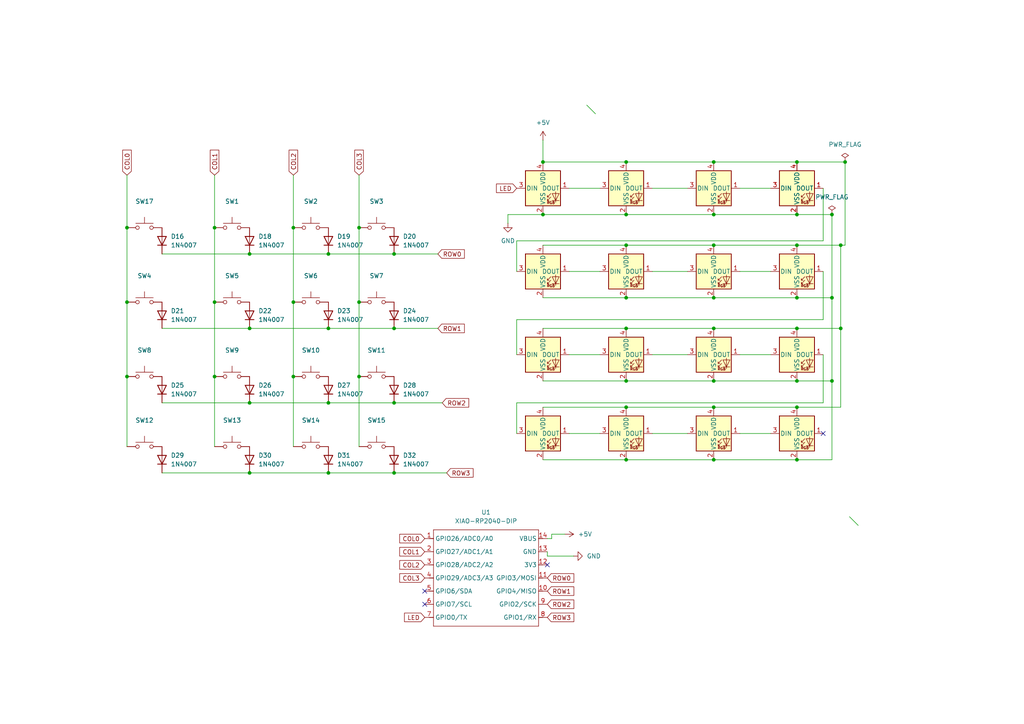
<source format=kicad_sch>
(kicad_sch (version 20250114) (generator "eeschema") (generator_version "9.0")
  (paper "A4")
  (lib_symbols
    (symbol "Diode:1N4007" (pin_numbers (hide yes)) (pin_names (hide yes))
      (property "Reference" "D" (at 0 2.54 0))
      (property "Value" "1N4007" (at 0 -2.54 0))
      (symbol "1N4007_0_1"
        (polyline (pts (xy -1.27 1.27) (xy -1.27 -1.27)) (stroke (width 0.254)))
        (polyline (pts (xy 1.27 1.27) (xy 1.27 -1.27) (xy -1.27 0) (xy 1.27 1.27)) (stroke (width 0.254)))
        (polyline (pts (xy 1.27 0) (xy -1.27 0)))
      )
      (symbol "1N4007_1_1"
        (pin passive line (at -3.81 0 0) (length 2.54) (name "K") (number "1"))
        (pin passive line (at 3.81 0 180) (length 2.54) (name "A") (number "2"))
      )
    )
    (symbol "LED:SK6812MINI" (pin_names (offset 0.254))
      (property "Reference" "D" (at 5.08 5.715 0))
      (property "Value" "SK6812MINI" (at 1.27 -5.715 0))
      (symbol "SK6812MINI_0_0"
        (text "RGB" (at 2.286 -4.191 0) (effects (font (size 0.762 0.762))))
      )
      (symbol "SK6812MINI_0_1"
        (polyline (pts (xy 1.27 -2.54) (xy 1.778 -2.54)))
        (polyline (pts (xy 1.27 -3.556) (xy 1.778 -3.556)))
        (polyline (pts (xy 2.286 -1.524) (xy 1.27 -2.54) (xy 1.27 -2.032)))
        (polyline (pts (xy 2.286 -2.54) (xy 1.27 -3.556) (xy 1.27 -3.048)))
        (polyline (pts (xy 3.683 -1.016) (xy 3.683 -3.556) (xy 3.683 -4.064)))
        (polyline (pts (xy 4.699 -1.524) (xy 2.667 -1.524) (xy 3.683 -3.556) (xy 4.699 -1.524)))
        (polyline (pts (xy 4.699 -3.556) (xy 2.667 -3.556)))
        (rectangle (start 5.08 5.08) (end -5.08 -5.08) (stroke (width 0.254)) (fill (type background)))
      )
      (symbol "SK6812MINI_1_1"
        (pin input line (at -7.62 0 0) (length 2.54) (name "DIN") (number "3"))
        (pin power_in line (at 0 7.62 270) (length 2.54) (name "VDD") (number "4"))
        (pin power_in line (at 0 -7.62 90) (length 2.54) (name "VSS") (number "2"))
        (pin output line (at 7.62 0 180) (length 2.54) (name "DOUT") (number "1"))
      )
    )
    (symbol "Seeed_Studio_XIAO_Series:XIAO-RP2040-DIP"
      (property "Reference" "U" (at 0 0 0))
      (property "Value" "XIAO-RP2040-DIP" (at 5.334 -1.778 0))
      (symbol "XIAO-RP2040-DIP_1_0"
        (polyline (pts (xy -1.27 -2.54) (xy 29.21 -2.54)) (stroke (width 0.1524)))
        (polyline (pts (xy -1.27 -5.08) (xy -2.54 -5.08)) (stroke (width 0.1524)))
        (polyline (pts (xy -1.27 -5.08) (xy -1.27 -2.54)) (stroke (width 0.1524)))
        (polyline (pts (xy -1.27 -8.89) (xy -2.54 -8.89)) (stroke (width 0.1524)))
        (polyline (pts (xy -1.27 -8.89) (xy -1.27 -5.08)) (stroke (width 0.1524)))
        (polyline (pts (xy -1.27 -12.7) (xy -2.54 -12.7)) (stroke (width 0.1524)))
        (polyline (pts (xy -1.27 -12.7) (xy -1.27 -8.89)) (stroke (width 0.1524)))
        (polyline (pts (xy -1.27 -16.51) (xy -2.54 -16.51)) (stroke (width 0.1524)))
        (polyline (pts (xy -1.27 -16.51) (xy -1.27 -12.7)) (stroke (width 0.1524)))
        (polyline (pts (xy -1.27 -20.32) (xy -2.54 -20.32)) (stroke (width 0.1524)))
        (polyline (pts (xy -1.27 -24.13) (xy -2.54 -24.13)) (stroke (width 0.1524)))
        (polyline (pts (xy -1.27 -27.94) (xy -2.54 -27.94)) (stroke (width 0.1524)))
        (polyline (pts (xy -1.27 -30.48) (xy -1.27 -16.51)) (stroke (width 0.1524)))
        (polyline (pts (xy 29.21 -2.54) (xy 29.21 -5.08)) (stroke (width 0.1524)))
        (polyline (pts (xy 29.21 -5.08) (xy 29.21 -8.89)) (stroke (width 0.1524)))
        (polyline (pts (xy 29.21 -8.89) (xy 29.21 -12.7)) (stroke (width 0.1524)))
        (polyline (pts (xy 29.21 -12.7) (xy 29.21 -30.48)) (stroke (width 0.1524)))
        (polyline (pts (xy 29.21 -30.48) (xy -1.27 -30.48)) (stroke (width 0.1524)))
        (polyline (pts (xy 30.48 -5.08) (xy 29.21 -5.08)) (stroke (width 0.1524)))
        (polyline (pts (xy 30.48 -8.89) (xy 29.21 -8.89)) (stroke (width 0.1524)))
        (polyline (pts (xy 30.48 -12.7) (xy 29.21 -12.7)) (stroke (width 0.1524)))
        (polyline (pts (xy 30.48 -16.51) (xy 29.21 -16.51)) (stroke (width 0.1524)))
        (polyline (pts (xy 30.48 -20.32) (xy 29.21 -20.32)) (stroke (width 0.1524)))
        (polyline (pts (xy 30.48 -24.13) (xy 29.21 -24.13)) (stroke (width 0.1524)))
        (polyline (pts (xy 30.48 -27.94) (xy 29.21 -27.94)) (stroke (width 0.1524)))
        (pin passive line (at -3.81 -5.08 0) (length 2.54) (name "GPIO26/ADC0/A0") (number "1"))
        (pin passive line (at -3.81 -8.89 0) (length 2.54) (name "GPIO27/ADC1/A1") (number "2"))
        (pin passive line (at -3.81 -12.7 0) (length 2.54) (name "GPIO28/ADC2/A2") (number "3"))
        (pin passive line (at -3.81 -16.51 0) (length 2.54) (name "GPIO29/ADC3/A3") (number "4"))
        (pin passive line (at -3.81 -20.32 0) (length 2.54) (name "GPIO6/SDA") (number "5"))
        (pin passive line (at -3.81 -24.13 0) (length 2.54) (name "GPIO7/SCL") (number "6"))
        (pin passive line (at -3.81 -27.94 0) (length 2.54) (name "GPIO0/TX") (number "7"))
        (pin passive line (at 31.75 -5.08 180) (length 2.54) (name "VBUS") (number "14"))
        (pin passive line (at 31.75 -8.89 180) (length 2.54) (name "GND") (number "13"))
        (pin passive line (at 31.75 -12.7 180) (length 2.54) (name "3V3") (number "12"))
        (pin passive line (at 31.75 -16.51 180) (length 2.54) (name "GPIO3/MOSI") (number "11"))
        (pin passive line (at 31.75 -20.32 180) (length 2.54) (name "GPIO4/MISO") (number "10"))
        (pin passive line (at 31.75 -24.13 180) (length 2.54) (name "GPIO2/SCK") (number "9"))
        (pin passive line (at 31.75 -27.94 180) (length 2.54) (name "GPIO1/RX") (number "8"))
      )
    )
    (symbol "Switch:SW_Push" (pin_numbers (hide yes)) (pin_names (offset 1.016) (hide yes))
      (property "Reference" "SW" (at 1.27 2.54 0))
      (property "Value" "SW_Push" (at 0 -1.524 0))
      (symbol "SW_Push_0_1"
        (circle (center -2.032 0) (radius 0.508))
        (polyline (pts (xy 0 1.27) (xy 0 3.048)))
        (circle (center 2.032 0) (radius 0.508))
        (polyline (pts (xy 2.54 1.27) (xy -2.54 1.27)))
        (pin passive line (at -5.08 0 0) (length 2.54) (name "1") (number "1"))
        (pin passive line (at 5.08 0 180) (length 2.54) (name "2") (number "2"))
      )
    )
    (symbol "power:+5V" (power) (pin_numbers (hide yes)) (pin_names (offset 0) (hide yes))
      (property "Value" "+5V" (at 0 3.556 0))
      (symbol "+5V_0_1"
        (polyline (pts (xy -0.762 1.27) (xy 0 2.54)))
        (polyline (pts (xy 0 2.54) (xy 0.762 1.27)))
        (polyline (pts (xy 0 0) (xy 0 2.54)))
      )
      (symbol "+5V_1_1"
        (pin power_in line (at 0 0 90) (length 0) (name "~") (number "1"))
      )
    )
    (symbol "power:GND" (power) (pin_numbers (hide yes)) (pin_names (offset 0) (hide yes))
      (property "Value" "GND" (at 0 -3.81 0))
      (symbol "GND_0_1"
        (polyline (pts (xy 0 0) (xy 0 -1.27) (xy 1.27 -1.27) (xy 0 -2.54) (xy -1.27 -1.27) (xy 0 -1.27)))
      )
      (symbol "GND_1_1"
        (pin power_in line (at 0 0 270) (length 0) (name "~") (number "1"))
      )
    )
    (symbol "power:PWR_FLAG" (power) (pin_numbers (hide yes)) (pin_names (offset 0) (hide yes))
      (property "Value" "PWR_FLAG" (at 0 3.81 0))
      (symbol "PWR_FLAG_0_0"
        (pin power_out line (at 0 0 90) (length 0) (name "~") (number "1"))
      )
      (symbol "PWR_FLAG_0_1"
        (polyline (pts (xy 0 0) (xy 0 1.27) (xy -1.016 1.905) (xy 0 2.54) (xy 1.016 1.905) (xy 0 1.27)))
      )
    )
  )
  (junction (at 72.39 95.25))
  (junction (at 62.23 87.63))
  (junction (at 181.61 71.12))
  (junction (at 181.61 110.49))
  (junction (at 231.14 46.99))
  (junction (at 62.23 66.04))
  (junction (at 62.23 109.22))
  (junction (at 207.01 86.36))
  (junction (at 207.01 62.23))
  (junction (at 72.39 116.84))
  (junction (at 207.01 110.49))
  (junction (at 85.09 66.04))
  (junction (at 85.09 109.22))
  (junction (at 104.14 109.22))
  (junction (at 104.14 66.04))
  (junction (at 95.25 137.16))
  (junction (at 241.3 62.23))
  (junction (at 157.48 62.23))
  (junction (at 207.01 95.25))
  (junction (at 114.3 137.16))
  (junction (at 243.84 95.25))
  (junction (at 114.3 73.66))
  (junction (at 241.3 86.36))
  (junction (at 231.14 133.35))
  (junction (at 231.14 71.12))
  (junction (at 36.83 66.04))
  (junction (at 181.61 86.36))
  (junction (at 243.84 71.12))
  (junction (at 157.48 46.99))
  (junction (at 95.25 95.25))
  (junction (at 114.3 116.84))
  (junction (at 207.01 46.99))
  (junction (at 104.14 87.63))
  (junction (at 207.01 133.35))
  (junction (at 207.01 71.12))
  (junction (at 181.61 133.35))
  (junction (at 72.39 137.16))
  (junction (at 36.83 87.63))
  (junction (at 231.14 110.49))
  (junction (at 231.14 118.11))
  (junction (at 36.83 109.22))
  (junction (at 181.61 62.23))
  (junction (at 72.39 73.66))
  (junction (at 231.14 62.23))
  (junction (at 207.01 118.11))
  (junction (at 231.14 86.36))
  (junction (at 181.61 46.99))
  (junction (at 85.09 87.63))
  (junction (at 181.61 118.11))
  (junction (at 95.25 116.84))
  (junction (at 95.25 73.66))
  (junction (at 241.3 110.49))
  (junction (at 231.14 95.25))
  (junction (at 245.11 46.99))
  (junction (at 181.61 95.25))
  (junction (at 114.3 95.25))
  (no_connect (at 123.19 175.26))
  (no_connect (at 123.19 171.45))
  (no_connect (at 238.76 125.73))
  (no_connect (at 158.75 163.83))
  (bus_entry (at 246.38 149.86) (size 2.54 2.54))
  (bus_entry (at 170.18 30.48) (size 2.54 2.54))
  (wire (pts (xy 245.11 71.12) (xy 245.11 46.99)))
  (wire (pts (xy 104.14 87.63) (xy 104.14 109.22)))
  (wire (pts (xy 245.11 46.99) (xy 231.14 46.99)))
  (wire (pts (xy 85.09 50.8) (xy 85.09 66.04)))
  (wire (pts (xy 72.39 73.66) (xy 95.25 73.66)))
  (wire (pts (xy 104.14 109.22) (xy 104.14 129.54)))
  (wire (pts (xy 149.86 69.85) (xy 238.76 69.85)))
  (wire (pts (xy 181.61 46.99) (xy 157.48 46.99)))
  (wire (pts (xy 36.83 109.22) (xy 36.83 129.54)))
  (wire (pts (xy 157.48 110.49) (xy 181.61 110.49)))
  (wire (pts (xy 165.1 102.87) (xy 173.99 102.87)))
  (wire (pts (xy 46.99 95.25) (xy 72.39 95.25)))
  (wire (pts (xy 231.14 110.49) (xy 241.3 110.49)))
  (wire (pts (xy 36.83 66.04) (xy 36.83 87.63)))
  (wire (pts (xy 149.86 116.84) (xy 238.76 116.84)))
  (wire (pts (xy 158.75 161.29) (xy 158.75 160.02)))
  (wire (pts (xy 95.25 116.84) (xy 114.3 116.84)))
  (wire (pts (xy 62.23 66.04) (xy 62.23 87.63)))
  (wire (pts (xy 114.3 137.16) (xy 129.54 137.16)))
  (wire (pts (xy 149.86 102.87) (xy 149.86 92.71)))
  (wire (pts (xy 181.61 118.11) (xy 207.01 118.11)))
  (wire (pts (xy 207.01 86.36) (xy 181.61 86.36)))
  (wire (pts (xy 207.01 46.99) (xy 181.61 46.99)))
  (wire (pts (xy 165.1 125.73) (xy 173.99 125.73)))
  (wire (pts (xy 160.02 156.21) (xy 158.75 156.21)))
  (wire (pts (xy 104.14 50.8) (xy 104.14 66.04)))
  (wire (pts (xy 207.01 62.23) (xy 231.14 62.23)))
  (wire (pts (xy 114.3 73.66) (xy 127 73.66)))
  (wire (pts (xy 36.83 87.63) (xy 36.83 109.22)))
  (wire (pts (xy 238.76 116.84) (xy 238.76 102.87)))
  (wire (pts (xy 231.14 86.36) (xy 207.01 86.36)))
  (wire (pts (xy 149.86 78.74) (xy 149.86 69.85)))
  (wire (pts (xy 243.84 118.11) (xy 243.84 95.25)))
  (wire (pts (xy 72.39 116.84) (xy 95.25 116.84)))
  (wire (pts (xy 46.99 73.66) (xy 72.39 73.66)))
  (wire (pts (xy 231.14 133.35) (xy 207.01 133.35)))
  (wire (pts (xy 85.09 66.04) (xy 85.09 87.63)))
  (wire (pts (xy 214.63 125.73) (xy 223.52 125.73)))
  (wire (pts (xy 62.23 87.63) (xy 62.23 109.22)))
  (wire (pts (xy 166.37 161.29) (xy 158.75 161.29)))
  (wire (pts (xy 207.01 95.25) (xy 181.61 95.25)))
  (wire (pts (xy 243.84 71.12) (xy 245.11 71.12)))
  (wire (pts (xy 243.84 71.12) (xy 243.84 95.25)))
  (wire (pts (xy 231.14 46.99) (xy 207.01 46.99)))
  (wire (pts (xy 157.48 40.64) (xy 157.48 46.99)))
  (wire (pts (xy 147.32 62.23) (xy 157.48 62.23)))
  (wire (pts (xy 149.86 92.71) (xy 238.76 92.71)))
  (wire (pts (xy 214.63 102.87) (xy 223.52 102.87)))
  (wire (pts (xy 95.25 95.25) (xy 114.3 95.25)))
  (wire (pts (xy 241.3 86.36) (xy 231.14 86.36)))
  (wire (pts (xy 207.01 71.12) (xy 231.14 71.12)))
  (wire (pts (xy 149.86 125.73) (xy 149.86 116.84)))
  (wire (pts (xy 62.23 50.8) (xy 62.23 66.04)))
  (wire (pts (xy 181.61 71.12) (xy 207.01 71.12)))
  (wire (pts (xy 214.63 78.74) (xy 223.52 78.74)))
  (wire (pts (xy 181.61 110.49) (xy 207.01 110.49)))
  (wire (pts (xy 189.23 125.73) (xy 199.39 125.73)))
  (wire (pts (xy 238.76 69.85) (xy 238.76 54.61)))
  (wire (pts (xy 241.3 86.36) (xy 241.3 110.49)))
  (wire (pts (xy 104.14 66.04) (xy 104.14 87.63)))
  (wire (pts (xy 214.63 54.61) (xy 223.52 54.61)))
  (wire (pts (xy 189.23 78.74) (xy 199.39 78.74)))
  (wire (pts (xy 46.99 116.84) (xy 72.39 116.84)))
  (wire (pts (xy 62.23 109.22) (xy 62.23 129.54)))
  (wire (pts (xy 241.3 62.23) (xy 241.3 86.36)))
  (wire (pts (xy 207.01 118.11) (xy 231.14 118.11)))
  (wire (pts (xy 207.01 133.35) (xy 181.61 133.35)))
  (wire (pts (xy 241.3 110.49) (xy 241.3 133.35)))
  (wire (pts (xy 181.61 95.25) (xy 157.48 95.25)))
  (wire (pts (xy 157.48 62.23) (xy 181.61 62.23)))
  (wire (pts (xy 46.99 137.16) (xy 72.39 137.16)))
  (wire (pts (xy 157.48 71.12) (xy 181.61 71.12)))
  (wire (pts (xy 231.14 71.12) (xy 243.84 71.12)))
  (wire (pts (xy 165.1 54.61) (xy 173.99 54.61)))
  (wire (pts (xy 181.61 133.35) (xy 157.48 133.35)))
  (wire (pts (xy 181.61 62.23) (xy 207.01 62.23)))
  (wire (pts (xy 85.09 109.22) (xy 85.09 129.54)))
  (wire (pts (xy 163.83 154.94) (xy 160.02 154.94)))
  (wire (pts (xy 181.61 86.36) (xy 157.48 86.36)))
  (wire (pts (xy 231.14 118.11) (xy 243.84 118.11)))
  (wire (pts (xy 85.09 87.63) (xy 85.09 109.22)))
  (wire (pts (xy 231.14 95.25) (xy 207.01 95.25)))
  (wire (pts (xy 114.3 95.25) (xy 127 95.25)))
  (wire (pts (xy 160.02 154.94) (xy 160.02 156.21)))
  (wire (pts (xy 114.3 116.84) (xy 128.27 116.84)))
  (wire (pts (xy 95.25 137.16) (xy 114.3 137.16)))
  (wire (pts (xy 207.01 110.49) (xy 231.14 110.49)))
  (wire (pts (xy 189.23 102.87) (xy 199.39 102.87)))
  (wire (pts (xy 165.1 78.74) (xy 173.99 78.74)))
  (wire (pts (xy 243.84 95.25) (xy 231.14 95.25)))
  (wire (pts (xy 72.39 95.25) (xy 95.25 95.25)))
  (wire (pts (xy 238.76 92.71) (xy 238.76 78.74)))
  (wire (pts (xy 231.14 62.23) (xy 241.3 62.23)))
  (wire (pts (xy 157.48 118.11) (xy 181.61 118.11)))
  (wire (pts (xy 72.39 137.16) (xy 95.25 137.16)))
  (wire (pts (xy 189.23 54.61) (xy 199.39 54.61)))
  (wire (pts (xy 241.3 133.35) (xy 231.14 133.35)))
  (wire (pts (xy 95.25 73.66) (xy 114.3 73.66)))
  (wire (pts (xy 36.83 50.8) (xy 36.83 66.04)))
  (wire (pts (xy 147.32 64.77) (xy 147.32 62.23)))
  (global_label "COL0" (shape input) (at 123.19 156.21 180) (property "Intersheetrefs" "${INTERSHEET_REFS}" (effects (hide yes))))
  (global_label "COL3" (shape input) (at 104.14 50.8 90) (property "Intersheetrefs" "${INTERSHEET_REFS}" (effects (hide yes))))
  (global_label "LED" (shape input) (at 123.19 179.07 180) (property "Intersheetrefs" "${INTERSHEET_REFS}" (effects (hide yes))))
  (global_label "ROW3" (shape input) (at 129.54 137.16 0) (property "Intersheetrefs" "${INTERSHEET_REFS}" (effects (hide yes))))
  (global_label "ROW1" (shape input) (at 127 95.25 0) (property "Intersheetrefs" "${INTERSHEET_REFS}" (effects (hide yes))))
  (global_label "LED" (shape input) (at 149.86 54.61 180) (property "Intersheetrefs" "${INTERSHEET_REFS}" (effects (hide yes))))
  (global_label "ROW2" (shape input) (at 128.27 116.84 0) (property "Intersheetrefs" "${INTERSHEET_REFS}" (effects (hide yes))))
  (global_label "ROW1" (shape input) (at 158.75 171.45 0) (property "Intersheetrefs" "${INTERSHEET_REFS}" (effects (hide yes))))
  (global_label "COL3" (shape input) (at 123.19 167.64 180) (property "Intersheetrefs" "${INTERSHEET_REFS}" (effects (hide yes))))
  (global_label "COL0" (shape input) (at 36.83 50.8 90) (property "Intersheetrefs" "${INTERSHEET_REFS}" (effects (hide yes))))
  (global_label "COL1" (shape input) (at 123.19 160.02 180) (property "Intersheetrefs" "${INTERSHEET_REFS}" (effects (hide yes))))
  (global_label "COL2" (shape input) (at 85.09 50.8 90) (property "Intersheetrefs" "${INTERSHEET_REFS}" (effects (hide yes))))
  (global_label "COL1" (shape input) (at 62.23 50.8 90) (property "Intersheetrefs" "${INTERSHEET_REFS}" (effects (hide yes))))
  (global_label "ROW2" (shape input) (at 158.75 175.26 0) (property "Intersheetrefs" "${INTERSHEET_REFS}" (effects (hide yes))))
  (global_label "COL2" (shape input) (at 123.19 163.83 180) (property "Intersheetrefs" "${INTERSHEET_REFS}" (effects (hide yes))))
  (global_label "ROW3" (shape input) (at 158.75 179.07 0) (property "Intersheetrefs" "${INTERSHEET_REFS}" (effects (hide yes))))
  (global_label "ROW0" (shape input) (at 158.75 167.64 0) (property "Intersheetrefs" "${INTERSHEET_REFS}" (effects (hide yes))))
  (global_label "ROW0" (shape input) (at 127 73.66 0) (property "Intersheetrefs" "${INTERSHEET_REFS}" (effects (hide yes))))
  (symbol (lib_id "Switch:SW_Push") (at 109.22 66.04 0) (unit 1)
    (property "Reference" "SW3" (at 109.22 58.42 0))
    (property "Value" "SW_Push" (effects (hide yes)))
    (property "Footprint" "Button_Switch_Keyboard:SW_Cherry_MX_1.00u_PCB" (effects (hide yes)))
    (property "Description" "Push button switch, generic, two pins" (effects (hide yes)))
  )
  (symbol (lib_id "power:GND") (at 166.37 161.29 90) (unit 1)
    (property "Reference" "#PWR04" (effects (hide yes)))
    (property "Value" "GND" (at 170.18 161.2899 90) (effects (justify right)))
    (property "Description" "Power symbol creates a global label with name \"GND\" , ground" (effects (hide yes)))
  )
  (symbol (lib_id "Switch:SW_Push") (at 41.91 66.04 0) (unit 1)
    (property "Reference" "SW17" (at 41.91 58.42 0))
    (property "Value" "SW_Push" (effects (hide yes)))
    (property "Footprint" "Button_Switch_Keyboard:SW_Cherry_MX_1.00u_PCB" (effects (hide yes)))
    (property "Description" "Push button switch, generic, two pins" (effects (hide yes)))
  )
  (symbol (lib_id "Switch:SW_Push") (at 67.31 87.63 0) (unit 1)
    (property "Reference" "SW5" (at 67.31 80.01 0))
    (property "Value" "SW_Push" (effects (hide yes)))
    (property "Footprint" "Button_Switch_Keyboard:SW_Cherry_MX_1.00u_PCB" (effects (hide yes)))
    (property "Description" "Push button switch, generic, two pins" (effects (hide yes)))
  )
  (symbol (lib_id "Switch:SW_Push") (at 41.91 129.54 0) (unit 1)
    (property "Reference" "SW12" (at 41.91 121.92 0))
    (property "Value" "SW_Push" (effects (hide yes)))
    (property "Footprint" "Button_Switch_Keyboard:SW_Cherry_MX_1.00u_PCB" (effects (hide yes)))
    (property "Description" "Push button switch, generic, two pins" (effects (hide yes)))
  )
  (symbol (lib_id "Switch:SW_Push") (at 67.31 109.22 0) (unit 1)
    (property "Reference" "SW9" (at 67.31 101.6 0))
    (property "Value" "SW_Push" (effects (hide yes)))
    (property "Footprint" "Button_Switch_Keyboard:SW_Cherry_MX_1.00u_PCB" (effects (hide yes)))
    (property "Description" "Push button switch, generic, two pins" (effects (hide yes)))
  )
  (symbol (lib_id "Diode:1N4007") (at 72.39 69.85 90) (unit 1)
    (property "Reference" "D18" (at 74.93 68.5799 90) (effects (justify right)))
    (property "Value" "1N4007" (at 74.93 71.1199 90) (effects (justify right)))
    (property "Footprint" "Diode_THT:D_DO-41_SOD81_P10.16mm_Horizontal" (effects (hide yes)))
    (property "Datasheet" "http://www.vishay.com/docs/88503/1n4001.pdf" (effects (hide yes)))
    (property "Description" "1000V 1A General Purpose Rectifier Diode, DO-41" (effects (hide yes)))
    (property "Sim.Device" "D" (effects (hide yes)))
    (property "Sim.Pins" "1=K 2=A" (effects (hide yes)))
  )
  (symbol (lib_id "LED:SK6812MINI") (at 181.61 54.61 0) (unit 1)
    (property "Reference" "D1" (effects (hide yes)))
    (property "Value" "SK6812MINI" (effects (hide yes)))
    (property "Footprint" "LED_SMD:LED_SK6812MINI_PLCC4_3.5x3.5mm_P1.75mm" (effects (hide yes)))
    (property "Datasheet" "https://cdn-shop.adafruit.com/product-files/2686/SK6812MINI_REV.01-1-2.pdf" (effects (hide yes)))
    (property "Description" "RGB LED with integrated controller" (effects (hide yes)))
  )
  (symbol (lib_id "power:+5V") (at 157.48 40.64 0) (unit 1)
    (property "Reference" "#PWR01" (effects (hide yes)))
    (property "Value" "+5V" (at 157.48 35.56 0))
    (property "Description" "Power symbol creates a global label with name \"+5V\"" (effects (hide yes)))
  )
  (symbol (lib_id "LED:SK6812MINI") (at 231.14 125.73 0) (unit 1)
    (property "Reference" "D15" (effects (hide yes)))
    (property "Value" "SK6812MINI" (effects (hide yes)))
    (property "Footprint" "LED_SMD:LED_SK6812MINI_PLCC4_3.5x3.5mm_P1.75mm" (effects (hide yes)))
    (property "Datasheet" "https://cdn-shop.adafruit.com/product-files/2686/SK6812MINI_REV.01-1-2.pdf" (effects (hide yes)))
    (property "Description" "RGB LED with integrated controller" (effects (hide yes)))
  )
  (symbol (lib_id "Switch:SW_Push") (at 109.22 87.63 0) (unit 1)
    (property "Reference" "SW7" (at 109.22 80.01 0))
    (property "Value" "SW_Push" (effects (hide yes)))
    (property "Footprint" "Button_Switch_Keyboard:SW_Cherry_MX_1.00u_PCB" (effects (hide yes)))
    (property "Description" "Push button switch, generic, two pins" (effects (hide yes)))
  )
  (symbol (lib_id "LED:SK6812MINI") (at 157.48 102.87 0) (unit 1)
    (property "Reference" "D8" (effects (hide yes)))
    (property "Value" "SK6812MINI" (effects (hide yes)))
    (property "Footprint" "LED_SMD:LED_SK6812MINI_PLCC4_3.5x3.5mm_P1.75mm" (effects (hide yes)))
    (property "Datasheet" "https://cdn-shop.adafruit.com/product-files/2686/SK6812MINI_REV.01-1-2.pdf" (effects (hide yes)))
    (property "Description" "RGB LED with integrated controller" (effects (hide yes)))
  )
  (symbol (lib_id "Diode:1N4007") (at 46.99 69.85 90) (unit 1)
    (property "Reference" "D16" (at 49.53 68.5799 90) (effects (justify right)))
    (property "Value" "1N4007" (at 49.53 71.1199 90) (effects (justify right)))
    (property "Footprint" "Diode_THT:D_DO-41_SOD81_P10.16mm_Horizontal" (effects (hide yes)))
    (property "Datasheet" "http://www.vishay.com/docs/88503/1n4001.pdf" (effects (hide yes)))
    (property "Description" "1000V 1A General Purpose Rectifier Diode, DO-41" (effects (hide yes)))
    (property "Sim.Device" "D" (effects (hide yes)))
    (property "Sim.Pins" "1=K 2=A" (effects (hide yes)))
  )
  (symbol (lib_id "Switch:SW_Push") (at 90.17 66.04 0) (unit 1)
    (property "Reference" "SW2" (at 90.17 58.42 0))
    (property "Value" "SW_Push" (effects (hide yes)))
    (property "Footprint" "Button_Switch_Keyboard:SW_Cherry_MX_1.00u_PCB" (effects (hide yes)))
    (property "Description" "Push button switch, generic, two pins" (effects (hide yes)))
  )
  (symbol (lib_id "Diode:1N4007") (at 95.25 133.35 90) (unit 1)
    (property "Reference" "D31" (at 97.79 132.0799 90) (effects (justify right)))
    (property "Value" "1N4007" (at 97.79 134.6199 90) (effects (justify right)))
    (property "Footprint" "Diode_THT:D_DO-41_SOD81_P10.16mm_Horizontal" (effects (hide yes)))
    (property "Datasheet" "http://www.vishay.com/docs/88503/1n4001.pdf" (effects (hide yes)))
    (property "Description" "1000V 1A General Purpose Rectifier Diode, DO-41" (effects (hide yes)))
    (property "Sim.Device" "D" (effects (hide yes)))
    (property "Sim.Pins" "1=K 2=A" (effects (hide yes)))
  )
  (symbol (lib_id "LED:SK6812MINI") (at 207.01 125.73 0) (unit 1)
    (property "Reference" "D14" (effects (hide yes)))
    (property "Value" "SK6812MINI" (effects (hide yes)))
    (property "Footprint" "LED_SMD:LED_SK6812MINI_PLCC4_3.5x3.5mm_P1.75mm" (effects (hide yes)))
    (property "Datasheet" "https://cdn-shop.adafruit.com/product-files/2686/SK6812MINI_REV.01-1-2.pdf" (effects (hide yes)))
    (property "Description" "RGB LED with integrated controller" (effects (hide yes)))
  )
  (symbol (lib_id "power:PWR_FLAG") (at 241.3 62.23 0) (unit 1)
    (property "Reference" "#FLG02" (effects (hide yes)))
    (property "Value" "PWR_FLAG" (at 241.3 57.15 0))
    (property "Description" "Special symbol for telling ERC where power comes from" (effects (hide yes)))
  )
  (symbol (lib_id "power:GND") (at 147.32 64.77 0) (unit 1)
    (property "Reference" "#PWR02" (effects (hide yes)))
    (property "Value" "GND" (at 147.32 69.85 0))
    (property "Description" "Power symbol creates a global label with name \"GND\" , ground" (effects (hide yes)))
  )
  (symbol (lib_id "Switch:SW_Push") (at 90.17 87.63 0) (unit 1)
    (property "Reference" "SW6" (at 90.17 80.01 0))
    (property "Value" "SW_Push" (effects (hide yes)))
    (property "Footprint" "Button_Switch_Keyboard:SW_Cherry_MX_1.00u_PCB" (effects (hide yes)))
    (property "Description" "Push button switch, generic, two pins" (effects (hide yes)))
  )
  (symbol (lib_id "Diode:1N4007") (at 46.99 91.44 90) (unit 1)
    (property "Reference" "D21" (at 49.53 90.1699 90) (effects (justify right)))
    (property "Value" "1N4007" (at 49.53 92.7099 90) (effects (justify right)))
    (property "Footprint" "Diode_THT:D_DO-41_SOD81_P10.16mm_Horizontal" (effects (hide yes)))
    (property "Datasheet" "http://www.vishay.com/docs/88503/1n4001.pdf" (effects (hide yes)))
    (property "Description" "1000V 1A General Purpose Rectifier Diode, DO-41" (effects (hide yes)))
    (property "Sim.Device" "D" (effects (hide yes)))
    (property "Sim.Pins" "1=K 2=A" (effects (hide yes)))
  )
  (symbol (lib_id "Diode:1N4007") (at 95.25 91.44 90) (unit 1)
    (property "Reference" "D23" (at 97.79 90.1699 90) (effects (justify right)))
    (property "Value" "1N4007" (at 97.79 92.7099 90) (effects (justify right)))
    (property "Footprint" "Diode_THT:D_DO-41_SOD81_P10.16mm_Horizontal" (effects (hide yes)))
    (property "Datasheet" "http://www.vishay.com/docs/88503/1n4001.pdf" (effects (hide yes)))
    (property "Description" "1000V 1A General Purpose Rectifier Diode, DO-41" (effects (hide yes)))
    (property "Sim.Device" "D" (effects (hide yes)))
    (property "Sim.Pins" "1=K 2=A" (effects (hide yes)))
  )
  (symbol (lib_id "LED:SK6812MINI") (at 181.61 125.73 0) (unit 1)
    (property "Reference" "D13" (effects (hide yes)))
    (property "Value" "SK6812MINI" (effects (hide yes)))
    (property "Footprint" "LED_SMD:LED_SK6812MINI_PLCC4_3.5x3.5mm_P1.75mm" (effects (hide yes)))
    (property "Datasheet" "https://cdn-shop.adafruit.com/product-files/2686/SK6812MINI_REV.01-1-2.pdf" (effects (hide yes)))
    (property "Description" "RGB LED with integrated controller" (effects (hide yes)))
  )
  (symbol (lib_id "power:+5V") (at 163.83 154.94 270) (unit 1)
    (property "Reference" "#PWR03" (effects (hide yes)))
    (property "Value" "+5V" (at 167.64 154.9399 90) (effects (justify left)))
    (property "Description" "Power symbol creates a global label with name \"+5V\"" (effects (hide yes)))
  )
  (symbol (lib_id "Switch:SW_Push") (at 109.22 129.54 0) (unit 1)
    (property "Reference" "SW15" (at 109.22 121.92 0))
    (property "Value" "SW_Push" (effects (hide yes)))
    (property "Footprint" "Button_Switch_Keyboard:SW_Cherry_MX_1.00u_PCB" (effects (hide yes)))
    (property "Description" "Push button switch, generic, two pins" (effects (hide yes)))
  )
  (symbol (lib_id "Diode:1N4007") (at 46.99 133.35 90) (unit 1)
    (property "Reference" "D29" (at 49.53 132.0799 90) (effects (justify right)))
    (property "Value" "1N4007" (at 49.53 134.6199 90) (effects (justify right)))
    (property "Footprint" "Diode_THT:D_DO-41_SOD81_P10.16mm_Horizontal" (effects (hide yes)))
    (property "Datasheet" "http://www.vishay.com/docs/88503/1n4001.pdf" (effects (hide yes)))
    (property "Description" "1000V 1A General Purpose Rectifier Diode, DO-41" (effects (hide yes)))
    (property "Sim.Device" "D" (effects (hide yes)))
    (property "Sim.Pins" "1=K 2=A" (effects (hide yes)))
  )
  (symbol (lib_id "LED:SK6812MINI") (at 207.01 54.61 0) (unit 1)
    (property "Reference" "D2" (effects (hide yes)))
    (property "Value" "SK6812MINI" (effects (hide yes)))
    (property "Footprint" "LED_SMD:LED_SK6812MINI_PLCC4_3.5x3.5mm_P1.75mm" (effects (hide yes)))
    (property "Datasheet" "https://cdn-shop.adafruit.com/product-files/2686/SK6812MINI_REV.01-1-2.pdf" (effects (hide yes)))
    (property "Description" "RGB LED with integrated controller" (effects (hide yes)))
  )
  (symbol (lib_id "LED:SK6812MINI") (at 157.48 54.61 0) (unit 1)
    (property "Reference" "D17" (effects (hide yes)))
    (property "Value" "SK6812MINI" (effects (hide yes)))
    (property "Footprint" "LED_SMD:LED_SK6812MINI_PLCC4_3.5x3.5mm_P1.75mm" (effects (hide yes)))
    (property "Datasheet" "https://cdn-shop.adafruit.com/product-files/2686/SK6812MINI_REV.01-1-2.pdf" (effects (hide yes)))
    (property "Description" "RGB LED with integrated controller" (effects (hide yes)))
  )
  (symbol (lib_id "Diode:1N4007") (at 114.3 69.85 90) (unit 1)
    (property "Reference" "D20" (at 116.84 68.5799 90) (effects (justify right)))
    (property "Value" "1N4007" (at 116.84 71.1199 90) (effects (justify right)))
    (property "Footprint" "Diode_THT:D_DO-41_SOD81_P10.16mm_Horizontal" (effects (hide yes)))
    (property "Datasheet" "http://www.vishay.com/docs/88503/1n4001.pdf" (effects (hide yes)))
    (property "Description" "1000V 1A General Purpose Rectifier Diode, DO-41" (effects (hide yes)))
    (property "Sim.Device" "D" (effects (hide yes)))
    (property "Sim.Pins" "1=K 2=A" (effects (hide yes)))
  )
  (symbol (lib_id "Diode:1N4007") (at 114.3 91.44 90) (unit 1)
    (property "Reference" "D24" (at 116.84 90.1699 90) (effects (justify right)))
    (property "Value" "1N4007" (at 116.84 92.7099 90) (effects (justify right)))
    (property "Footprint" "Diode_THT:D_DO-41_SOD81_P10.16mm_Horizontal" (effects (hide yes)))
    (property "Datasheet" "http://www.vishay.com/docs/88503/1n4001.pdf" (effects (hide yes)))
    (property "Description" "1000V 1A General Purpose Rectifier Diode, DO-41" (effects (hide yes)))
    (property "Sim.Device" "D" (effects (hide yes)))
    (property "Sim.Pins" "1=K 2=A" (effects (hide yes)))
  )
  (symbol (lib_id "Diode:1N4007") (at 95.25 69.85 90) (unit 1)
    (property "Reference" "D19" (at 97.79 68.5799 90) (effects (justify right)))
    (property "Value" "1N4007" (at 97.79 71.1199 90) (effects (justify right)))
    (property "Footprint" "Diode_THT:D_DO-41_SOD81_P10.16mm_Horizontal" (effects (hide yes)))
    (property "Datasheet" "http://www.vishay.com/docs/88503/1n4001.pdf" (effects (hide yes)))
    (property "Description" "1000V 1A General Purpose Rectifier Diode, DO-41" (effects (hide yes)))
    (property "Sim.Device" "D" (effects (hide yes)))
    (property "Sim.Pins" "1=K 2=A" (effects (hide yes)))
  )
  (symbol (lib_id "LED:SK6812MINI") (at 181.61 102.87 0) (unit 1)
    (property "Reference" "D9" (effects (hide yes)))
    (property "Value" "SK6812MINI" (effects (hide yes)))
    (property "Footprint" "LED_SMD:LED_SK6812MINI_PLCC4_3.5x3.5mm_P1.75mm" (effects (hide yes)))
    (property "Datasheet" "https://cdn-shop.adafruit.com/product-files/2686/SK6812MINI_REV.01-1-2.pdf" (effects (hide yes)))
    (property "Description" "RGB LED with integrated controller" (effects (hide yes)))
  )
  (symbol (lib_id "Switch:SW_Push") (at 109.22 109.22 0) (unit 1)
    (property "Reference" "SW11" (at 109.22 101.6 0))
    (property "Value" "SW_Push" (effects (hide yes)))
    (property "Footprint" "Button_Switch_Keyboard:SW_Cherry_MX_1.00u_PCB" (effects (hide yes)))
    (property "Description" "Push button switch, generic, two pins" (effects (hide yes)))
  )
  (symbol (lib_id "Switch:SW_Push") (at 90.17 109.22 0) (unit 1)
    (property "Reference" "SW10" (at 90.17 101.6 0))
    (property "Value" "SW_Push" (effects (hide yes)))
    (property "Footprint" "Button_Switch_Keyboard:SW_Cherry_MX_1.00u_PCB" (effects (hide yes)))
    (property "Description" "Push button switch, generic, two pins" (effects (hide yes)))
  )
  (symbol (lib_id "LED:SK6812MINI") (at 181.61 78.74 0) (unit 1)
    (property "Reference" "D5" (effects (hide yes)))
    (property "Value" "SK6812MINI" (effects (hide yes)))
    (property "Footprint" "LED_SMD:LED_SK6812MINI_PLCC4_3.5x3.5mm_P1.75mm" (effects (hide yes)))
    (property "Datasheet" "https://cdn-shop.adafruit.com/product-files/2686/SK6812MINI_REV.01-1-2.pdf" (effects (hide yes)))
    (property "Description" "RGB LED with integrated controller" (effects (hide yes)))
  )
  (symbol (lib_id "LED:SK6812MINI") (at 231.14 78.74 0) (unit 1)
    (property "Reference" "D7" (effects (hide yes)))
    (property "Value" "SK6812MINI" (effects (hide yes)))
    (property "Footprint" "LED_SMD:LED_SK6812MINI_PLCC4_3.5x3.5mm_P1.75mm" (effects (hide yes)))
    (property "Datasheet" "https://cdn-shop.adafruit.com/product-files/2686/SK6812MINI_REV.01-1-2.pdf" (effects (hide yes)))
    (property "Description" "RGB LED with integrated controller" (effects (hide yes)))
  )
  (symbol (lib_id "Diode:1N4007") (at 72.39 91.44 90) (unit 1)
    (property "Reference" "D22" (at 74.93 90.1699 90) (effects (justify right)))
    (property "Value" "1N4007" (at 74.93 92.7099 90) (effects (justify right)))
    (property "Footprint" "Diode_THT:D_DO-41_SOD81_P10.16mm_Horizontal" (effects (hide yes)))
    (property "Datasheet" "http://www.vishay.com/docs/88503/1n4001.pdf" (effects (hide yes)))
    (property "Description" "1000V 1A General Purpose Rectifier Diode, DO-41" (effects (hide yes)))
    (property "Sim.Device" "D" (effects (hide yes)))
    (property "Sim.Pins" "1=K 2=A" (effects (hide yes)))
  )
  (symbol (lib_id "Switch:SW_Push") (at 41.91 87.63 0) (unit 1)
    (property "Reference" "SW4" (at 41.91 80.01 0))
    (property "Value" "SW_Push" (effects (hide yes)))
    (property "Footprint" "Button_Switch_Keyboard:SW_Cherry_MX_1.00u_PCB" (effects (hide yes)))
    (property "Description" "Push button switch, generic, two pins" (effects (hide yes)))
  )
  (symbol (lib_id "Diode:1N4007") (at 114.3 113.03 90) (unit 1)
    (property "Reference" "D28" (at 116.84 111.7599 90) (effects (justify right)))
    (property "Value" "1N4007" (at 116.84 114.2999 90) (effects (justify right)))
    (property "Footprint" "Diode_THT:D_DO-41_SOD81_P10.16mm_Horizontal" (effects (hide yes)))
    (property "Datasheet" "http://www.vishay.com/docs/88503/1n4001.pdf" (effects (hide yes)))
    (property "Description" "1000V 1A General Purpose Rectifier Diode, DO-41" (effects (hide yes)))
    (property "Sim.Device" "D" (effects (hide yes)))
    (property "Sim.Pins" "1=K 2=A" (effects (hide yes)))
  )
  (symbol (lib_id "Diode:1N4007") (at 114.3 133.35 90) (unit 1)
    (property "Reference" "D32" (at 116.84 132.0799 90) (effects (justify right)))
    (property "Value" "1N4007" (at 116.84 134.6199 90) (effects (justify right)))
    (property "Footprint" "Diode_THT:D_DO-41_SOD81_P10.16mm_Horizontal" (effects (hide yes)))
    (property "Datasheet" "http://www.vishay.com/docs/88503/1n4001.pdf" (effects (hide yes)))
    (property "Description" "1000V 1A General Purpose Rectifier Diode, DO-41" (effects (hide yes)))
    (property "Sim.Device" "D" (effects (hide yes)))
    (property "Sim.Pins" "1=K 2=A" (effects (hide yes)))
  )
  (symbol (lib_id "LED:SK6812MINI") (at 231.14 102.87 0) (unit 1)
    (property "Reference" "D11" (effects (hide yes)))
    (property "Value" "SK6812MINI" (effects (hide yes)))
    (property "Footprint" "LED_SMD:LED_SK6812MINI_PLCC4_3.5x3.5mm_P1.75mm" (effects (hide yes)))
    (property "Datasheet" "https://cdn-shop.adafruit.com/product-files/2686/SK6812MINI_REV.01-1-2.pdf" (effects (hide yes)))
    (property "Description" "RGB LED with integrated controller" (effects (hide yes)))
  )
  (symbol (lib_id "Switch:SW_Push") (at 90.17 129.54 0) (unit 1)
    (property "Reference" "SW14" (at 90.17 121.92 0))
    (property "Value" "SW_Push" (effects (hide yes)))
    (property "Footprint" "Button_Switch_Keyboard:SW_Cherry_MX_1.00u_PCB" (effects (hide yes)))
    (property "Description" "Push button switch, generic, two pins" (effects (hide yes)))
  )
  (symbol (lib_id "LED:SK6812MINI") (at 207.01 78.74 0) (unit 1)
    (property "Reference" "D6" (effects (hide yes)))
    (property "Value" "SK6812MINI" (effects (hide yes)))
    (property "Footprint" "LED_SMD:LED_SK6812MINI_PLCC4_3.5x3.5mm_P1.75mm" (effects (hide yes)))
    (property "Datasheet" "https://cdn-shop.adafruit.com/product-files/2686/SK6812MINI_REV.01-1-2.pdf" (effects (hide yes)))
    (property "Description" "RGB LED with integrated controller" (effects (hide yes)))
  )
  (symbol (lib_id "LED:SK6812MINI") (at 157.48 78.74 0) (unit 1)
    (property "Reference" "D4" (effects (hide yes)))
    (property "Value" "SK6812MINI" (effects (hide yes)))
    (property "Footprint" "LED_SMD:LED_SK6812MINI_PLCC4_3.5x3.5mm_P1.75mm" (effects (hide yes)))
    (property "Datasheet" "https://cdn-shop.adafruit.com/product-files/2686/SK6812MINI_REV.01-1-2.pdf" (effects (hide yes)))
    (property "Description" "RGB LED with integrated controller" (effects (hide yes)))
  )
  (symbol (lib_id "LED:SK6812MINI") (at 157.48 125.73 0) (unit 1)
    (property "Reference" "D12" (effects (hide yes)))
    (property "Value" "SK6812MINI" (effects (hide yes)))
    (property "Footprint" "LED_SMD:LED_SK6812MINI_PLCC4_3.5x3.5mm_P1.75mm" (effects (hide yes)))
    (property "Datasheet" "https://cdn-shop.adafruit.com/product-files/2686/SK6812MINI_REV.01-1-2.pdf" (effects (hide yes)))
    (property "Description" "RGB LED with integrated controller" (effects (hide yes)))
  )
  (symbol (lib_id "Diode:1N4007") (at 72.39 133.35 90) (unit 1)
    (property "Reference" "D30" (at 74.93 132.0799 90) (effects (justify right)))
    (property "Value" "1N4007" (at 74.93 134.6199 90) (effects (justify right)))
    (property "Footprint" "Diode_THT:D_DO-41_SOD81_P10.16mm_Horizontal" (effects (hide yes)))
    (property "Datasheet" "http://www.vishay.com/docs/88503/1n4001.pdf" (effects (hide yes)))
    (property "Description" "1000V 1A General Purpose Rectifier Diode, DO-41" (effects (hide yes)))
    (property "Sim.Device" "D" (effects (hide yes)))
    (property "Sim.Pins" "1=K 2=A" (effects (hide yes)))
  )
  (symbol (lib_id "Switch:SW_Push") (at 67.31 66.04 0) (unit 1)
    (property "Reference" "SW1" (at 67.31 58.42 0))
    (property "Value" "SW_Push" (effects (hide yes)))
    (property "Footprint" "Button_Switch_Keyboard:SW_Cherry_MX_1.00u_PCB" (effects (hide yes)))
    (property "Description" "Push button switch, generic, two pins" (effects (hide yes)))
  )
  (symbol (lib_id "Diode:1N4007") (at 46.99 113.03 90) (unit 1)
    (property "Reference" "D25" (at 49.53 111.7599 90) (effects (justify right)))
    (property "Value" "1N4007" (at 49.53 114.2999 90) (effects (justify right)))
    (property "Footprint" "Diode_THT:D_DO-41_SOD81_P10.16mm_Horizontal" (effects (hide yes)))
    (property "Datasheet" "http://www.vishay.com/docs/88503/1n4001.pdf" (effects (hide yes)))
    (property "Description" "1000V 1A General Purpose Rectifier Diode, DO-41" (effects (hide yes)))
    (property "Sim.Device" "D" (effects (hide yes)))
    (property "Sim.Pins" "1=K 2=A" (effects (hide yes)))
  )
  (symbol (lib_id "Switch:SW_Push") (at 67.31 129.54 0) (unit 1)
    (property "Reference" "SW13" (at 67.31 121.92 0))
    (property "Value" "SW_Push" (effects (hide yes)))
    (property "Footprint" "Button_Switch_Keyboard:SW_Cherry_MX_1.00u_PCB" (effects (hide yes)))
    (property "Description" "Push button switch, generic, two pins" (effects (hide yes)))
  )
  (symbol (lib_id "Switch:SW_Push") (at 41.91 109.22 0) (unit 1)
    (property "Reference" "SW8" (at 41.91 101.6 0))
    (property "Value" "SW_Push" (effects (hide yes)))
    (property "Footprint" "Button_Switch_Keyboard:SW_Cherry_MX_1.00u_PCB" (effects (hide yes)))
    (property "Description" "Push button switch, generic, two pins" (effects (hide yes)))
  )
  (symbol (lib_id "power:PWR_FLAG") (at 245.11 46.99 0) (unit 1)
    (property "Reference" "#FLG01" (effects (hide yes)))
    (property "Value" "PWR_FLAG" (at 245.11 41.91 0))
    (property "Description" "Special symbol for telling ERC where power comes from" (effects (hide yes)))
  )
  (symbol (lib_id "Seeed_Studio_XIAO_Series:XIAO-RP2040-DIP") (at 127 151.13 0) (unit 1)
    (property "Reference" "U1" (at 140.97 148.59 0))
    (property "Value" "XIAO-RP2040-DIP" (at 140.97 151.13 0))
    (property "Footprint" "Seeed Studio XIAO Series Library:XIAO-RP2040-SMD" (effects (hide yes)))
  )
  (symbol (lib_id "Diode:1N4007") (at 72.39 113.03 90) (unit 1)
    (property "Reference" "D26" (at 74.93 111.7599 90) (effects (justify right)))
    (property "Value" "1N4007" (at 74.93 114.2999 90) (effects (justify right)))
    (property "Footprint" "Diode_THT:D_DO-41_SOD81_P10.16mm_Horizontal" (effects (hide yes)))
    (property "Datasheet" "http://www.vishay.com/docs/88503/1n4001.pdf" (effects (hide yes)))
    (property "Description" "1000V 1A General Purpose Rectifier Diode, DO-41" (effects (hide yes)))
    (property "Sim.Device" "D" (effects (hide yes)))
    (property "Sim.Pins" "1=K 2=A" (effects (hide yes)))
  )
  (symbol (lib_id "Diode:1N4007") (at 95.25 113.03 90) (unit 1)
    (property "Reference" "D27" (at 97.79 111.7599 90) (effects (justify right)))
    (property "Value" "1N4007" (at 97.79 114.2999 90) (effects (justify right)))
    (property "Footprint" "Diode_THT:D_DO-41_SOD81_P10.16mm_Horizontal" (effects (hide yes)))
    (property "Datasheet" "http://www.vishay.com/docs/88503/1n4001.pdf" (effects (hide yes)))
    (property "Description" "1000V 1A General Purpose Rectifier Diode, DO-41" (effects (hide yes)))
    (property "Sim.Device" "D" (effects (hide yes)))
    (property "Sim.Pins" "1=K 2=A" (effects (hide yes)))
  )
  (symbol (lib_id "LED:SK6812MINI") (at 207.01 102.87 0) (unit 1)
    (property "Reference" "D10" (effects (hide yes)))
    (property "Value" "SK6812MINI" (effects (hide yes)))
    (property "Footprint" "LED_SMD:LED_SK6812MINI_PLCC4_3.5x3.5mm_P1.75mm" (effects (hide yes)))
    (property "Datasheet" "https://cdn-shop.adafruit.com/product-files/2686/SK6812MINI_REV.01-1-2.pdf" (effects (hide yes)))
    (property "Description" "RGB LED with integrated controller" (effects (hide yes)))
  )
  (symbol (lib_id "LED:SK6812MINI") (at 231.14 54.61 0) (unit 1)
    (property "Reference" "D3" (effects (hide yes)))
    (property "Value" "SK6812MINI" (effects (hide yes)))
    (property "Footprint" "LED_SMD:LED_SK6812MINI_PLCC4_3.5x3.5mm_P1.75mm" (effects (hide yes)))
    (property "Datasheet" "https://cdn-shop.adafruit.com/product-files/2686/SK6812MINI_REV.01-1-2.pdf" (effects (hide yes)))
    (property "Description" "RGB LED with integrated controller" (effects (hide yes)))
  )
)
</source>
